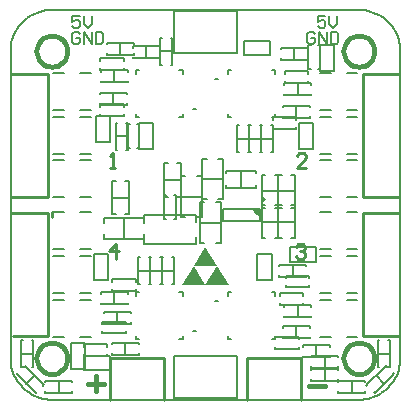
<source format=gto>
G04*
G04 #@! TF.GenerationSoftware,Altium Limited,Altium Designer,22.11.1 (43)*
G04*
G04 Layer_Color=65535*
%FSLAX25Y25*%
%MOIN*%
G70*
G04*
G04 #@! TF.SameCoordinates,068BE47B-EC71-4F73-AC5B-A776348265D8*
G04*
G04*
G04 #@! TF.FilePolarity,Positive*
G04*
G01*
G75*
%ADD10C,0.00433*%
%ADD11C,0.00787*%
%ADD12C,0.00984*%
%ADD13C,0.01732*%
%ADD14C,0.00591*%
%ADD15C,0.00500*%
%ADD16C,0.01000*%
%ADD17C,0.01575*%
G36*
X18110Y-3347D02*
X17520D01*
X16339Y-2165D01*
Y-1378D01*
X18110D01*
Y-3347D01*
D02*
G37*
G36*
X3937Y-20472D02*
X-3937D01*
X0Y-14173D01*
X3937Y-20472D01*
D02*
G37*
G36*
X7874Y-26772D02*
X0D01*
X3937Y-20472D01*
X7874Y-26772D01*
D02*
G37*
G36*
X0D02*
X-7874D01*
X-3937Y-20472D01*
X0Y-26772D01*
D02*
G37*
D10*
X-13169Y7480D02*
D03*
D11*
X16339Y-1575D02*
X16576Y-2461D01*
X17224Y-3109D01*
X18110Y-3347D01*
X4036Y41929D02*
X3248D01*
X4036D01*
X-3248Y-41929D02*
X-4036D01*
X-3248D01*
X4035Y-32087D02*
X3248D01*
X4035D01*
X-3248Y32087D02*
X-4036D01*
X-3248D01*
X16339Y-1575D02*
Y-1378D01*
X18110Y-5315D02*
Y-1378D01*
X5906Y-5315D02*
Y-1378D01*
X18110D01*
X5906Y-5315D02*
X18110D01*
X-20387Y-13091D02*
Y-10728D01*
X-3150Y-13091D02*
Y-10728D01*
X-20387Y-13091D02*
X-3150D01*
Y-5807D02*
Y-3445D01*
X-20387D02*
X-3150D01*
X-20387Y-5807D02*
Y-3445D01*
X-10591Y-50492D02*
X10591D01*
X-10591Y-64468D02*
X10591D01*
Y-50492D01*
X-10591Y-64468D02*
Y-50492D01*
Y50492D02*
X10591D01*
X-10591Y64468D02*
X10591D01*
X-10591Y50492D02*
Y64468D01*
X10591Y50492D02*
Y64468D01*
X-41864Y56823D02*
X-42520Y57479D01*
X-43832D01*
X-44488Y56823D01*
Y54199D01*
X-43832Y53543D01*
X-42520D01*
X-41864Y54199D01*
Y55511D01*
X-43176D01*
X-40552Y53543D02*
Y57479D01*
X-37929Y53543D01*
Y57479D01*
X-36617D02*
Y53543D01*
X-34649D01*
X-33993Y54199D01*
Y56823D01*
X-34649Y57479D01*
X-36617D01*
X-41864Y62991D02*
X-44488D01*
Y61023D01*
X-43176Y61679D01*
X-42520D01*
X-41864Y61023D01*
Y59711D01*
X-42520Y59055D01*
X-43832D01*
X-44488Y59711D01*
X-40552Y62991D02*
Y60367D01*
X-39241Y59055D01*
X-37929Y60367D01*
Y62991D01*
X36482Y56823D02*
X35826Y57479D01*
X34514D01*
X33858Y56823D01*
Y54199D01*
X34514Y53543D01*
X35826D01*
X36482Y54199D01*
Y55511D01*
X35170D01*
X37794Y53543D02*
Y57479D01*
X40418Y53543D01*
Y57479D01*
X41730D02*
Y53543D01*
X43698D01*
X44354Y54199D01*
Y56823D01*
X43698Y57479D01*
X41730D01*
X40025Y62991D02*
X37402D01*
Y61023D01*
X38713Y61679D01*
X39369D01*
X40025Y61023D01*
Y59711D01*
X39369Y59055D01*
X38058D01*
X37402Y59711D01*
X41337Y62991D02*
Y60367D01*
X42649Y59055D01*
X43961Y60367D01*
Y62991D01*
D12*
X19488Y1969D02*
X18750Y2395D01*
Y1542D01*
X19488Y1969D01*
X-29725Y-17913D02*
Y-13191D01*
X-32087Y-15552D01*
X-28938D01*
X30118Y-13978D02*
X30905Y-13191D01*
X32480D01*
X33267Y-13978D01*
Y-14765D01*
X32480Y-15552D01*
X31692D01*
X32480D01*
X33267Y-16339D01*
Y-17126D01*
X32480Y-17913D01*
X30905D01*
X30118Y-17126D01*
X33660Y12402D02*
X30512D01*
X33660Y15550D01*
Y16337D01*
X32873Y17124D01*
X31299D01*
X30512Y16337D01*
X-31693Y12402D02*
X-30119D01*
X-30906D01*
Y17124D01*
X-31693Y16337D01*
D13*
X-46024Y-51181D02*
X-46123Y-50175D01*
X-46416Y-49207D01*
X-46893Y-48316D01*
X-47534Y-47534D01*
X-48316Y-46893D01*
X-49207Y-46416D01*
X-50175Y-46123D01*
X-51181Y-46024D01*
X-52187Y-46123D01*
X-53155Y-46416D01*
X-54046Y-46893D01*
X-54828Y-47534D01*
X-55469Y-48316D01*
X-55946Y-49207D01*
X-56239Y-50175D01*
X-56339Y-51181D01*
X-56239Y-52187D01*
X-55946Y-53155D01*
X-55469Y-54046D01*
X-54828Y-54828D01*
X-54046Y-55469D01*
X-53155Y-55946D01*
X-52187Y-56239D01*
X-51181Y-56339D01*
X-50175Y-56239D01*
X-49207Y-55946D01*
X-48316Y-55469D01*
X-47534Y-54828D01*
X-46893Y-54046D01*
X-46416Y-53155D01*
X-46123Y-52187D01*
X-46024Y-51181D01*
Y51181D02*
X-46123Y52187D01*
X-46416Y53155D01*
X-46893Y54046D01*
X-47534Y54828D01*
X-48316Y55469D01*
X-49207Y55946D01*
X-50175Y56239D01*
X-51181Y56339D01*
X-52187Y56239D01*
X-53155Y55946D01*
X-54046Y55469D01*
X-54828Y54828D01*
X-55469Y54046D01*
X-55946Y53155D01*
X-56239Y52187D01*
X-56339Y51181D01*
X-56239Y50175D01*
X-55946Y49207D01*
X-55469Y48316D01*
X-54828Y47534D01*
X-54046Y46893D01*
X-53155Y46416D01*
X-52187Y46123D01*
X-51181Y46024D01*
X-50175Y46123D01*
X-49207Y46416D01*
X-48316Y46893D01*
X-47534Y47534D01*
X-46893Y48316D01*
X-46416Y49207D01*
X-46123Y50175D01*
X-46024Y51181D01*
X56339D02*
X56239Y52187D01*
X55946Y53155D01*
X55469Y54046D01*
X54828Y54828D01*
X54046Y55469D01*
X53155Y55946D01*
X52187Y56239D01*
X51181Y56339D01*
X50175Y56239D01*
X49207Y55946D01*
X48316Y55469D01*
X47534Y54828D01*
X46893Y54046D01*
X46416Y53155D01*
X46123Y52187D01*
X46024Y51181D01*
X46123Y50175D01*
X46416Y49207D01*
X46893Y48316D01*
X47534Y47534D01*
X48316Y46893D01*
X49207Y46416D01*
X50175Y46123D01*
X51181Y46024D01*
X52187Y46123D01*
X53155Y46416D01*
X54046Y46893D01*
X54828Y47534D01*
X55469Y48316D01*
X55946Y49207D01*
X56239Y50175D01*
X56339Y51181D01*
Y-51181D02*
X56239Y-50175D01*
X55946Y-49207D01*
X55469Y-48316D01*
X54828Y-47534D01*
X54046Y-46893D01*
X53155Y-46416D01*
X52187Y-46123D01*
X51181Y-46024D01*
X50175Y-46123D01*
X49207Y-46416D01*
X48316Y-46893D01*
X47534Y-47534D01*
X46893Y-48316D01*
X46416Y-49207D01*
X46123Y-50175D01*
X46024Y-51181D01*
X46123Y-52187D01*
X46416Y-53155D01*
X46893Y-54046D01*
X47534Y-54828D01*
X48316Y-55469D01*
X49207Y-55946D01*
X50175Y-56239D01*
X51181Y-56339D01*
X52187Y-56239D01*
X53155Y-55946D01*
X54046Y-55469D01*
X54828Y-54828D01*
X55469Y-54046D01*
X55946Y-53155D01*
X56239Y-52187D01*
X56339Y-51181D01*
D14*
X-15185Y52287D02*
Y52787D01*
X-24185D02*
X-15185D01*
X-24185Y52287D02*
Y52787D01*
Y48787D02*
Y49287D01*
Y48787D02*
X-15185D01*
Y49287D01*
X-19685Y48787D02*
Y52787D01*
X-23846Y53469D02*
Y53969D01*
X-32847D02*
X-23846D01*
X-32847Y53469D02*
Y53969D01*
Y49968D02*
Y50468D01*
Y49968D02*
X-23846D01*
Y50468D01*
X-28346Y49968D02*
Y53969D01*
X34252Y53150D02*
X35039D01*
X34252Y45276D02*
Y53150D01*
Y45276D02*
X35039D01*
X37402D02*
X38189D01*
Y53150D01*
X37402D02*
X38189D01*
X30315Y28346D02*
Y29134D01*
X22441D02*
X30315D01*
X22441Y28346D02*
Y29134D01*
Y25197D02*
Y25984D01*
Y25197D02*
X30315D01*
Y25984D01*
X-29953Y27335D02*
X-29453D01*
X-29953Y18335D02*
Y27335D01*
Y18335D02*
X-29453D01*
X-26453D02*
X-25953D01*
Y27335D01*
X-26453D02*
X-25953D01*
X-29953Y22835D02*
X-25953D01*
X-25984Y26772D02*
X-25197D01*
X-25984Y18898D02*
Y26772D01*
Y18898D02*
X-25197D01*
X-22835D02*
X-22047D01*
Y26772D01*
X-22835D02*
X-22047D01*
X24803Y-33465D02*
Y-32677D01*
Y-33465D02*
X32677D01*
Y-32677D01*
Y-30315D02*
Y-29528D01*
X24803D02*
X32677D01*
X24803Y-30315D02*
Y-29528D01*
X24634Y-24047D02*
Y-23547D01*
Y-24047D02*
X33634D01*
Y-23547D01*
Y-20547D02*
Y-20047D01*
X24634D02*
X33634D01*
X24634Y-20547D02*
Y-20047D01*
X29134Y-24047D02*
Y-20047D01*
X-24947Y-36178D02*
Y-35678D01*
X-33947D02*
X-24947D01*
X-33947Y-36178D02*
Y-35678D01*
Y-39678D02*
Y-39178D01*
Y-39678D02*
X-24947D01*
Y-39178D01*
X-29447Y-39678D02*
Y-35678D01*
X-26567Y-39729D02*
Y-38942D01*
X-34441D02*
X-26567D01*
X-34441Y-39729D02*
Y-38942D01*
Y-42879D02*
Y-42092D01*
Y-42879D02*
X-26567D01*
Y-42092D01*
X-22272Y-46532D02*
Y-46031D01*
X-31272D02*
X-22272D01*
X-31272Y-46532D02*
Y-46031D01*
Y-50032D02*
Y-49531D01*
Y-50032D02*
X-22272D01*
Y-49531D01*
X-26772Y-50032D02*
Y-46031D01*
X-32677Y-47244D02*
Y-46457D01*
X-40551D02*
X-32677D01*
X-40551Y-47244D02*
Y-46457D01*
Y-50394D02*
Y-49606D01*
Y-50394D02*
X-32677D01*
Y-49606D01*
X-11098Y-26547D02*
X-10598D01*
Y-17547D01*
X-11098D02*
X-10598D01*
X-14598D02*
X-14098D01*
X-14598Y-26547D02*
Y-17547D01*
Y-26547D02*
X-14098D01*
X-14598Y-22047D02*
X-10598D01*
X35264Y-58693D02*
Y-58193D01*
Y-58693D02*
X44264D01*
Y-58193D01*
Y-55193D02*
Y-54693D01*
X35264D02*
X44264D01*
X35264Y-55193D02*
Y-54693D01*
X39764Y-58693D02*
Y-54693D01*
X10598Y26547D02*
X11098D01*
X10598Y17547D02*
Y26547D01*
Y17547D02*
X11098D01*
X14098D02*
X14598D01*
Y26547D01*
X14098D02*
X14598D01*
X10598Y22047D02*
X14598D01*
X-11492Y46681D02*
X-10992D01*
Y55681D01*
X-11492D02*
X-10992D01*
X-14992D02*
X-14492D01*
X-14992Y46681D02*
Y55681D01*
Y46681D02*
X-14492D01*
X-14992Y51181D02*
X-10992D01*
X-25815Y-29602D02*
Y-29102D01*
X-34815D02*
X-25815D01*
X-34815Y-29602D02*
Y-29102D01*
Y-33102D02*
Y-32602D01*
Y-33102D02*
X-25815D01*
Y-32602D01*
X-30315Y-33102D02*
Y-29102D01*
X25815Y-44520D02*
Y-44020D01*
Y-44520D02*
X34815D01*
Y-44020D01*
Y-41020D02*
Y-40520D01*
X25815D02*
X34815D01*
X25815Y-41020D02*
Y-40520D01*
X30315Y-44520D02*
Y-40520D01*
X25815Y29102D02*
Y29602D01*
Y29102D02*
X34815D01*
Y29602D01*
Y32602D02*
Y33102D01*
X25815D02*
X34815D01*
X25815Y32602D02*
Y33102D01*
X30315Y29102D02*
Y33102D01*
X-25815Y44413D02*
Y44913D01*
X-34815D02*
X-25815D01*
X-34815Y44413D02*
Y44913D01*
Y40913D02*
Y41413D01*
Y40913D02*
X-25815D01*
Y41413D01*
X-30315Y40913D02*
Y44913D01*
X-15036Y-26547D02*
X-14536D01*
Y-17547D01*
X-15036D02*
X-14536D01*
X-18536D02*
X-18036D01*
X-18536Y-26547D02*
Y-17547D01*
Y-26547D02*
X-18036D01*
X-18536Y-22047D02*
X-14536D01*
X35264Y-54362D02*
Y-53862D01*
Y-54362D02*
X44264D01*
Y-53862D01*
Y-50862D02*
Y-50362D01*
X35264D02*
X44264D01*
X35264Y-50862D02*
Y-50362D01*
X39764Y-54362D02*
Y-50362D01*
X14536Y26547D02*
X15035D01*
X14536Y17547D02*
Y26547D01*
Y17547D02*
X15035D01*
X18035D02*
X18535D01*
Y26547D01*
X18035D02*
X18535D01*
X14536Y22047D02*
X18535D01*
X26209Y-37433D02*
Y-36933D01*
Y-37433D02*
X35209D01*
Y-36933D01*
Y-33933D02*
Y-33433D01*
X26209D02*
X35209D01*
X26209Y-33933D02*
Y-33433D01*
X30709Y-37433D02*
Y-33433D01*
X26209Y36583D02*
Y37083D01*
Y36583D02*
X35209D01*
Y37083D01*
Y40083D02*
Y40583D01*
X26209D02*
X35209D01*
X26209Y40083D02*
Y40583D01*
X30709Y36583D02*
Y40583D01*
X-26209Y36933D02*
Y37433D01*
X-35209D02*
X-26209D01*
X-35209Y36933D02*
Y37433D01*
Y33433D02*
Y33933D01*
Y33433D02*
X-26209D01*
Y33933D01*
X-30709Y33433D02*
Y37433D01*
X-18972Y-26547D02*
X-18472D01*
Y-17547D01*
X-18972D02*
X-18472D01*
X-22472D02*
X-21972D01*
X-22472Y-26547D02*
Y-17547D01*
Y-26547D02*
X-21972D01*
X-22472Y-22047D02*
X-18472D01*
X32508Y-50819D02*
Y-50319D01*
Y-50819D02*
X41508D01*
Y-50319D01*
Y-47319D02*
Y-46819D01*
X32508D02*
X41508D01*
X32508Y-47319D02*
Y-46819D01*
X37008Y-50819D02*
Y-46819D01*
X18473Y26547D02*
X18972D01*
X18473Y17547D02*
Y26547D01*
Y17547D02*
X18972D01*
X21972D02*
X22472D01*
Y26547D01*
X21972D02*
X22472D01*
X18473Y22047D02*
X22472D01*
X-57949Y-54106D02*
X-57449D01*
Y-45106D01*
X-57949D02*
X-57449D01*
X-61449D02*
X-60949D01*
X-61449Y-54106D02*
Y-45106D01*
Y-54106D02*
X-60949D01*
X-61449Y-49606D02*
X-57449D01*
X60949Y-54106D02*
X61449D01*
Y-45106D01*
X60949D02*
X61449D01*
X57449D02*
X57949D01*
X57449Y-54106D02*
Y-45106D01*
Y-54106D02*
X57949D01*
X57449Y-49606D02*
X61449D01*
X-54025Y-60389D02*
X-53671Y-60036D01*
X-60036Y-53671D02*
X-53671Y-60036D01*
X-60389Y-54025D02*
X-60036Y-53671D01*
X-62864Y-56500D02*
X-62510Y-56146D01*
X-62864Y-56500D02*
X-56500Y-62864D01*
X-56146Y-62510D01*
X-59682Y-59682D02*
X-56853Y-56853D01*
X56146Y-62510D02*
X56500Y-62864D01*
X62864Y-56500D01*
X62510Y-56146D02*
X62864Y-56500D01*
X60036Y-53671D02*
X60389Y-54025D01*
X53671Y-60036D02*
X60036Y-53671D01*
X53671Y-60036D02*
X54025Y-60389D01*
X56853Y-56853D02*
X59682Y-59682D01*
X-44319Y-59130D02*
Y-58630D01*
X-53319D02*
X-44319D01*
X-53319Y-59130D02*
Y-58630D01*
Y-62630D02*
Y-62130D01*
Y-62630D02*
X-44319D01*
Y-62130D01*
X-48819Y-62630D02*
Y-58630D01*
X44319Y-62630D02*
Y-62130D01*
Y-62630D02*
X53319D01*
Y-62130D01*
Y-59130D02*
Y-58630D01*
X44319D02*
X53319D01*
X44319Y-59130D02*
Y-58630D01*
X48819Y-62630D02*
Y-58630D01*
X25028Y48394D02*
Y48894D01*
Y48394D02*
X34028D01*
Y48894D01*
Y51894D02*
Y52394D01*
X25028D02*
X34028D01*
X25028Y51894D02*
Y52394D01*
X29528Y48394D02*
Y52394D01*
X12008Y5709D02*
Y11220D01*
X7008Y10465D02*
Y11220D01*
X17008D01*
Y10465D02*
Y11220D01*
Y5709D02*
Y6465D01*
X7008Y5709D02*
X17008D01*
X7008D02*
Y6465D01*
X-1969Y-5906D02*
X5118D01*
X3543Y-12598D02*
X5118D01*
Y787D01*
X3543D02*
X5118D01*
X-1969D02*
X-394D01*
X-1969Y-12598D02*
Y787D01*
Y-12598D02*
X-394D01*
X-31102Y7874D02*
X-29921D01*
X-31102Y-3150D02*
Y7874D01*
Y-3150D02*
X-29921D01*
X-26772D02*
X-25591D01*
Y7874D01*
X-26772D02*
X-25591D01*
X-31102Y2362D02*
X-25591D01*
X-27165Y-11417D02*
Y-4331D01*
X-33858Y-11417D02*
Y-9843D01*
Y-11417D02*
X-20472D01*
Y-9843D01*
Y-5906D02*
Y-4331D01*
X-33858D02*
X-20472D01*
X-33858Y-5906D02*
Y-4331D01*
X-8268Y2756D02*
X-1181D01*
X-2756Y-3937D02*
X-1181D01*
Y9449D01*
X-2756D02*
X-1181D01*
X-8268D02*
X-6693D01*
X-8268Y-3937D02*
Y9449D01*
Y-3937D02*
X-6693D01*
X-13780Y13780D02*
X-12598D01*
X-13780Y2756D02*
Y13780D01*
Y2756D02*
X-12598D01*
X-9449D02*
X-8268D01*
Y13780D01*
X-9449D02*
X-8268D01*
X-13780Y8268D02*
X-8268D01*
X-10630Y-4724D02*
X-9843D01*
Y3150D01*
X-10630D02*
X-9843D01*
X-13780D02*
X-12992D01*
X-13780Y-4724D02*
Y3150D01*
Y-4724D02*
X-12992D01*
X18701Y-197D02*
X19882D01*
X18701Y-11220D02*
Y-197D01*
Y-11220D02*
X19882D01*
X23031D02*
X24213D01*
Y-197D01*
X23031D02*
X24213D01*
X18701Y-5709D02*
X24213D01*
X28543Y-11220D02*
X29724D01*
Y-197D01*
X28543D02*
X29724D01*
X24213D02*
X25394D01*
X24213Y-11220D02*
Y-197D01*
Y-11220D02*
X25394D01*
X24213Y-5709D02*
X29724D01*
X24213Y10039D02*
X25394D01*
X24213Y-984D02*
Y10039D01*
Y-984D02*
X25394D01*
X28543D02*
X29724D01*
Y10039D01*
X28543D02*
X29724D01*
X24213Y4528D02*
X29724D01*
X23031Y-984D02*
X24213D01*
Y10039D01*
X23031D02*
X24213D01*
X18701D02*
X19882D01*
X18701Y-984D02*
Y10039D01*
Y-984D02*
X19882D01*
X18701Y4528D02*
X24213D01*
X34646Y-24409D02*
Y-23622D01*
X26772D02*
X34646D01*
X26772Y-24409D02*
Y-23622D01*
Y-27559D02*
Y-26772D01*
Y-27559D02*
X34646D01*
Y-26772D01*
X26378Y40551D02*
Y41338D01*
Y40551D02*
X34252D01*
Y41338D01*
Y43701D02*
Y44488D01*
X26378D02*
X34252D01*
X26378Y43701D02*
Y44488D01*
X-27165Y32677D02*
Y33465D01*
X-35039D02*
X-27165D01*
X-35039Y32677D02*
Y33465D01*
Y29528D02*
Y30315D01*
Y29528D02*
X-27165D01*
Y30315D01*
X-31102Y-28740D02*
Y-27953D01*
Y-28740D02*
X-23228D01*
Y-27953D01*
Y-25591D02*
Y-24803D01*
X-31102D02*
X-23228D01*
X-31102Y-25591D02*
Y-24803D01*
X31102Y-44882D02*
Y-44094D01*
X23228D02*
X31102D01*
X23228Y-44882D02*
Y-44094D01*
Y-48031D02*
Y-47244D01*
Y-48031D02*
X31102D01*
Y-47244D01*
X-35039Y44882D02*
Y45669D01*
Y44882D02*
X-27165D01*
Y45669D01*
Y48031D02*
Y48819D01*
X-35039D02*
X-27165D01*
X-35039Y48031D02*
Y48819D01*
X-1181Y8661D02*
X5906D01*
X-1181Y15354D02*
X394D01*
X-1181Y1969D02*
Y15354D01*
Y1969D02*
X394D01*
X4331D02*
X5906D01*
Y15354D01*
X4331D02*
X5906D01*
D15*
X31102Y27165D02*
X35827D01*
X31102Y18504D02*
X35827D01*
Y27165D01*
X31102Y18504D02*
Y27165D01*
X37008Y-18898D02*
Y-14173D01*
X28346Y-18898D02*
Y-14173D01*
Y-18898D02*
X37008D01*
X28346Y-14173D02*
X37008D01*
X-37278Y-25039D02*
X-32554D01*
X-37278Y-16377D02*
X-32554D01*
X-37278Y-25039D02*
Y-16377D01*
X-32554Y-25039D02*
Y-16377D01*
X-31890Y-55118D02*
Y-50394D01*
X-40551Y-55118D02*
Y-50394D01*
Y-55118D02*
X-31890D01*
X-40551Y-50394D02*
X-31890D01*
X-50689Y-31594D02*
X-47244D01*
X-41732D02*
X-38287D01*
X-41732Y-43996D02*
X-38287D01*
X-50689D02*
X-47244D01*
X47244D02*
X50689D01*
X38287D02*
X41732D01*
X38287Y-31594D02*
X41732D01*
X47244D02*
X50689D01*
X47244Y31594D02*
X50689D01*
X38287D02*
X41732D01*
X38287Y43996D02*
X41732D01*
X47244D02*
X50689D01*
X-50689D02*
X-47244D01*
X-41732D02*
X-38287D01*
X-41732Y31594D02*
X-38287D01*
X-50689D02*
X-47244D01*
X-50689Y-17028D02*
X-47244D01*
X-41732D02*
X-38287D01*
X-41732Y-29429D02*
X-38287D01*
X-50689D02*
X-47244D01*
X47244D02*
X50689D01*
X38287D02*
X41732D01*
X38287Y-17028D02*
X41732D01*
X47244D02*
X50689D01*
X47244Y17028D02*
X50689D01*
X38287D02*
X41732D01*
X38287Y29429D02*
X41732D01*
X47244D02*
X50689D01*
X-50689D02*
X-47244D01*
X-41732D02*
X-38287D01*
X-41732Y17028D02*
X-38287D01*
X-50689D02*
X-47244D01*
X-50689Y-2461D02*
X-47244D01*
X-41732D02*
X-38287D01*
X-41732Y-14862D02*
X-38287D01*
X-50689D02*
X-47244D01*
X47244D02*
X50689D01*
X38287D02*
X41732D01*
X38287Y-2461D02*
X41732D01*
X47244D02*
X50689D01*
X47244Y2461D02*
X50689D01*
X38287D02*
X41732D01*
X38287Y14862D02*
X41732D01*
X47244D02*
X50689D01*
X-50689D02*
X-47244D01*
X-41732D02*
X-38287D01*
X-41732Y2461D02*
X-38287D01*
X-50689D02*
X-47244D01*
X-44882Y-46063D02*
X-40157D01*
X-44882Y-54724D02*
X-40157D01*
Y-46063D01*
X-44882Y-54724D02*
Y-46063D01*
X38189Y44488D02*
X42913D01*
X38189Y53150D02*
X42913D01*
X38189Y44488D02*
Y53150D01*
X42913Y44488D02*
Y53150D01*
X-36614Y29528D02*
X-31890D01*
X-36614Y20866D02*
X-31890D01*
Y29528D01*
X-36614Y20866D02*
Y29528D01*
X17323Y-25197D02*
X22047D01*
X17323Y-16535D02*
X22047D01*
X17323Y-25197D02*
Y-16535D01*
X22047Y-25197D02*
Y-16535D01*
X21654Y50000D02*
Y54724D01*
X12992Y50000D02*
Y54724D01*
Y50000D02*
X21654D01*
X12992Y54724D02*
X21654D01*
X-22047Y27165D02*
X-17323D01*
X-22047Y18504D02*
X-17323D01*
Y27165D01*
X-22047Y18504D02*
Y27165D01*
X22067Y29134D02*
X23228D01*
X22067Y44882D02*
X23228D01*
X7480Y29134D02*
X8642D01*
X7480Y44882D02*
X8642D01*
X23228Y29134D02*
Y30295D01*
Y43720D02*
Y44882D01*
X7480Y29134D02*
Y30295D01*
Y43720D02*
Y44882D01*
X-7480Y-44882D02*
Y-43720D01*
Y-30295D02*
Y-29134D01*
X-23228Y-44882D02*
Y-43720D01*
Y-30295D02*
Y-29134D01*
X-8642Y-44882D02*
X-7480D01*
X-8642Y-29134D02*
X-7480D01*
X-23228Y-44882D02*
X-22067D01*
X-23228Y-29134D02*
X-22067D01*
X7480Y-30295D02*
Y-29134D01*
Y-44882D02*
Y-43720D01*
X23228Y-30295D02*
Y-29134D01*
Y-44882D02*
Y-43720D01*
X7480Y-29134D02*
X8642D01*
X7480Y-44882D02*
X8642D01*
X22067Y-29134D02*
X23228D01*
X22067Y-44882D02*
X23228D01*
X-7480Y29134D02*
Y30295D01*
Y43720D02*
Y44882D01*
X-23228Y29134D02*
Y30295D01*
Y43720D02*
Y44882D01*
X-8642Y29134D02*
X-7480D01*
X-8642Y44882D02*
X-7480D01*
X-23228Y29134D02*
X-22067D01*
X-23228Y44882D02*
X-22067D01*
X-64961Y-51181D02*
X-64925Y-52164D01*
X-64820Y-53142D01*
X-64646Y-54110D01*
X-64403Y-55063D01*
X-64092Y-55997D01*
X-63715Y-56905D01*
X-63275Y-57785D01*
X-62773Y-58631D01*
X-62212Y-59439D01*
X-61595Y-60205D01*
X-60925Y-60925D01*
X-60205Y-61595D01*
X-59439Y-62212D01*
X-58631Y-62773D01*
X-57785Y-63275D01*
X-56905Y-63715D01*
X-55997Y-64092D01*
X-55063Y-64403D01*
X-54110Y-64646D01*
X-53142Y-64820D01*
X-52164Y-64925D01*
X-51181Y-64961D01*
X51181D02*
X52164Y-64925D01*
X53142Y-64820D01*
X54110Y-64646D01*
X55063Y-64403D01*
X55997Y-64092D01*
X56905Y-63715D01*
X57785Y-63275D01*
X58631Y-62773D01*
X59439Y-62212D01*
X60205Y-61595D01*
X60925Y-60925D01*
X61595Y-60205D01*
X62212Y-59439D01*
X62773Y-58631D01*
X63275Y-57785D01*
X63715Y-56905D01*
X64092Y-55997D01*
X64403Y-55063D01*
X64646Y-54110D01*
X64820Y-53142D01*
X64925Y-52164D01*
X64961Y-51181D01*
Y51181D02*
X64925Y52164D01*
X64820Y53142D01*
X64646Y54110D01*
X64403Y55063D01*
X64092Y55997D01*
X63715Y56905D01*
X63275Y57785D01*
X62773Y58631D01*
X62212Y59439D01*
X61595Y60205D01*
X60925Y60925D01*
X60205Y61595D01*
X59439Y62212D01*
X58631Y62773D01*
X57785Y63275D01*
X56905Y63715D01*
X55997Y64092D01*
X55063Y64403D01*
X54110Y64646D01*
X53142Y64820D01*
X52164Y64925D01*
X51181Y64961D01*
X-51181D02*
X-52164Y64925D01*
X-53142Y64820D01*
X-54110Y64646D01*
X-55063Y64403D01*
X-55997Y64092D01*
X-56905Y63715D01*
X-57785Y63275D01*
X-58631Y62773D01*
X-59439Y62212D01*
X-60205Y61595D01*
X-60925Y60925D01*
X-61595Y60205D01*
X-62212Y59439D01*
X-62773Y58631D01*
X-63275Y57785D01*
X-63715Y56905D01*
X-64092Y55997D01*
X-64403Y55063D01*
X-64646Y54110D01*
X-64820Y53142D01*
X-64925Y52164D01*
X-64961Y51181D01*
X-51181Y64961D02*
X51181D01*
X64961Y-51181D02*
Y51181D01*
X-51181Y-64961D02*
X51181D01*
X-64960Y-51181D02*
Y51181D01*
D16*
X-31890Y-51181D02*
X-13780D01*
X-64173Y-43701D02*
X-52362D01*
Y-2756D01*
X-64567D02*
X-52362D01*
X-64567Y2756D02*
X-52362D01*
X-51181Y-3937D02*
Y-2362D01*
X-13780Y-64961D02*
Y-51181D01*
X13780Y-64961D02*
Y-51181D01*
X-31890Y-64961D02*
Y-51181D01*
X31890Y-64961D02*
Y-51181D01*
X52362Y-43701D02*
Y-2756D01*
X-64567Y43701D02*
X-64173D01*
X-52362D01*
Y2756D02*
Y43701D01*
X52362D02*
X64173D01*
X52362Y-2756D02*
X64567D01*
X52362Y2756D02*
X64567D01*
X52362D02*
Y43701D01*
Y-43701D02*
X64173D01*
X13780Y-51181D02*
X31890D01*
D17*
X-38976Y-59581D02*
X-33729D01*
X-36353Y-56957D02*
Y-62205D01*
X34646Y-60236D02*
X39893D01*
M02*

</source>
